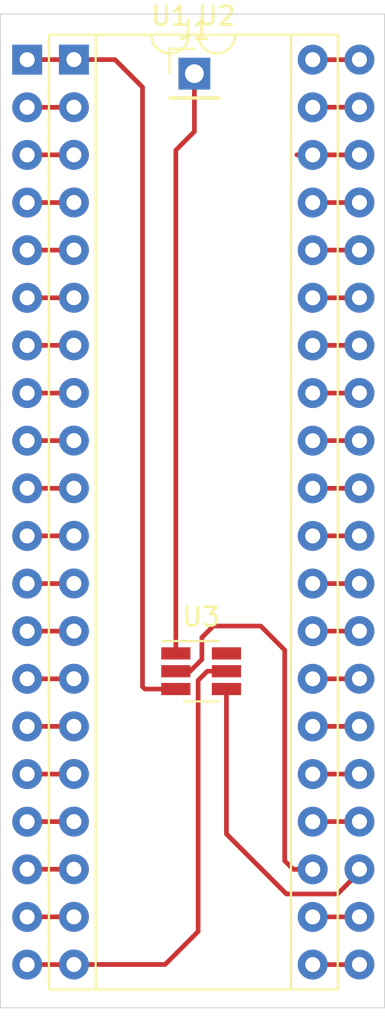
<source format=kicad_pcb>
(kicad_pcb (version 20171130) (host pcbnew "(5.1.10)-1")

  (general
    (thickness 1.6)
    (drawings 4)
    (tracks 106)
    (zones 0)
    (modules 4)
    (nets 43)
  )

  (page A4)
  (layers
    (0 F.Cu signal)
    (31 B.Cu signal)
    (32 B.Adhes user)
    (33 F.Adhes user)
    (34 B.Paste user)
    (35 F.Paste user)
    (36 B.SilkS user)
    (37 F.SilkS user)
    (38 B.Mask user)
    (39 F.Mask user)
    (40 Dwgs.User user)
    (41 Cmts.User user)
    (42 Eco1.User user)
    (43 Eco2.User user)
    (44 Edge.Cuts user)
    (45 Margin user)
    (46 B.CrtYd user)
    (47 F.CrtYd user)
    (48 B.Fab user)
    (49 F.Fab user)
  )

  (setup
    (last_trace_width 0.25)
    (trace_clearance 0.2)
    (zone_clearance 0.508)
    (zone_45_only no)
    (trace_min 0.2)
    (via_size 0.8)
    (via_drill 0.4)
    (via_min_size 0.4)
    (via_min_drill 0.3)
    (uvia_size 0.3)
    (uvia_drill 0.1)
    (uvias_allowed no)
    (uvia_min_size 0.2)
    (uvia_min_drill 0.1)
    (edge_width 0.05)
    (segment_width 0.2)
    (pcb_text_width 0.3)
    (pcb_text_size 1.5 1.5)
    (mod_edge_width 0.12)
    (mod_text_size 1 1)
    (mod_text_width 0.15)
    (pad_size 1.524 1.524)
    (pad_drill 0.762)
    (pad_to_mask_clearance 0)
    (aux_axis_origin 0 0)
    (visible_elements 7FFFFFFF)
    (pcbplotparams
      (layerselection 0x010fc_ffffffff)
      (usegerberextensions false)
      (usegerberattributes true)
      (usegerberadvancedattributes true)
      (creategerberjobfile true)
      (excludeedgelayer true)
      (linewidth 0.100000)
      (plotframeref false)
      (viasonmask false)
      (mode 1)
      (useauxorigin false)
      (hpglpennumber 1)
      (hpglpenspeed 20)
      (hpglpendiameter 15.000000)
      (psnegative false)
      (psa4output false)
      (plotreference true)
      (plotvalue true)
      (plotinvisibletext false)
      (padsonsilk false)
      (subtractmaskfromsilk false)
      (outputformat 1)
      (mirror false)
      (drillshape 0)
      (scaleselection 1)
      (outputdirectory "Gerber"))
  )

  (net 0 "")
  (net 1 /A9)
  (net 2 /CA1)
  (net 3 VCC)
  (net 4 /CA2)
  (net 5 /CB2)
  (net 6 /RS0)
  (net 7 /CB1)
  (net 8 /RS1)
  (net 9 /PB7)
  (net 10 /RS2)
  (net 11 /PB6)
  (net 12 /RS3)
  (net 13 /PB5)
  (net 14 /~RES)
  (net 15 /PB4)
  (net 16 /D0)
  (net 17 /PB3)
  (net 18 /D1)
  (net 19 /PB2)
  (net 20 /D2)
  (net 21 /PB1)
  (net 22 /D3)
  (net 23 /PB0)
  (net 24 /D4)
  (net 25 /PA7)
  (net 26 /D5)
  (net 27 /PA6)
  (net 28 /D6)
  (net 29 /PA5)
  (net 30 /D7)
  (net 31 /PA4)
  (net 32 /Phi2)
  (net 33 /PA3)
  (net 34 /CS1)
  (net 35 /PA2)
  (net 36 /~CS2)
  (net 37 /PA1)
  (net 38 /R~W)
  (net 39 /PA0)
  (net 40 /~IRQ)
  (net 41 GND)
  (net 42 /~NCS2)

  (net_class Default "This is the default net class."
    (clearance 0.2)
    (trace_width 0.25)
    (via_dia 0.8)
    (via_drill 0.4)
    (uvia_dia 0.3)
    (uvia_drill 0.1)
    (add_net /A9)
    (add_net /CA1)
    (add_net /CA2)
    (add_net /CB1)
    (add_net /CB2)
    (add_net /CS1)
    (add_net /D0)
    (add_net /D1)
    (add_net /D2)
    (add_net /D3)
    (add_net /D4)
    (add_net /D5)
    (add_net /D6)
    (add_net /D7)
    (add_net /PA0)
    (add_net /PA1)
    (add_net /PA2)
    (add_net /PA3)
    (add_net /PA4)
    (add_net /PA5)
    (add_net /PA6)
    (add_net /PA7)
    (add_net /PB0)
    (add_net /PB1)
    (add_net /PB2)
    (add_net /PB3)
    (add_net /PB4)
    (add_net /PB5)
    (add_net /PB6)
    (add_net /PB7)
    (add_net /Phi2)
    (add_net /RS0)
    (add_net /RS1)
    (add_net /RS2)
    (add_net /RS3)
    (add_net /R~W)
    (add_net /~CS2)
    (add_net /~IRQ)
    (add_net /~NCS2)
    (add_net /~RES)
    (add_net GND)
    (add_net VCC)
  )

  (module Pin_Headers:Pin_Header_Straight_1x01_Pitch2.54mm (layer F.Cu) (tedit 59650532) (tstamp 61488611)
    (at 108.35 75.18)
    (descr "Through hole straight pin header, 1x01, 2.54mm pitch, single row")
    (tags "Through hole pin header THT 1x01 2.54mm single row")
    (path /6158BC29)
    (fp_text reference J1 (at 0 -2.33) (layer F.SilkS)
      (effects (font (size 1 1) (thickness 0.15)))
    )
    (fp_text value Conn_01x01 (at 0 2.33) (layer F.Fab)
      (effects (font (size 1 1) (thickness 0.15)))
    )
    (fp_line (start 1.8 -1.8) (end -1.8 -1.8) (layer F.CrtYd) (width 0.05))
    (fp_line (start 1.8 1.8) (end 1.8 -1.8) (layer F.CrtYd) (width 0.05))
    (fp_line (start -1.8 1.8) (end 1.8 1.8) (layer F.CrtYd) (width 0.05))
    (fp_line (start -1.8 -1.8) (end -1.8 1.8) (layer F.CrtYd) (width 0.05))
    (fp_line (start -1.33 -1.33) (end 0 -1.33) (layer F.SilkS) (width 0.12))
    (fp_line (start -1.33 0) (end -1.33 -1.33) (layer F.SilkS) (width 0.12))
    (fp_line (start -1.33 1.27) (end 1.33 1.27) (layer F.SilkS) (width 0.12))
    (fp_line (start 1.33 1.27) (end 1.33 1.33) (layer F.SilkS) (width 0.12))
    (fp_line (start -1.33 1.27) (end -1.33 1.33) (layer F.SilkS) (width 0.12))
    (fp_line (start -1.33 1.33) (end 1.33 1.33) (layer F.SilkS) (width 0.12))
    (fp_line (start -1.27 -0.635) (end -0.635 -1.27) (layer F.Fab) (width 0.1))
    (fp_line (start -1.27 1.27) (end -1.27 -0.635) (layer F.Fab) (width 0.1))
    (fp_line (start 1.27 1.27) (end -1.27 1.27) (layer F.Fab) (width 0.1))
    (fp_line (start 1.27 -1.27) (end 1.27 1.27) (layer F.Fab) (width 0.1))
    (fp_line (start -0.635 -1.27) (end 1.27 -1.27) (layer F.Fab) (width 0.1))
    (fp_text user %R (at 0 0 90) (layer F.Fab)
      (effects (font (size 1 1) (thickness 0.15)))
    )
    (pad 1 thru_hole rect (at 0 0) (size 1.7 1.7) (drill 1) (layers *.Cu *.Mask)
      (net 1 /A9))
    (model ${KISYS3DMOD}/Pin_Headers.3dshapes/Pin_Header_Straight_1x01_Pitch2.54mm.wrl
      (at (xyz 0 0 0))
      (scale (xyz 1 1 1))
      (rotate (xyz 0 0 0))
    )
  )

  (module Housings_DIP:DIP-40_W15.24mm (layer F.Cu) (tedit 59C78D6C) (tstamp 6148864D)
    (at 99.425001 74.435001)
    (descr "40-lead though-hole mounted DIP package, row spacing 15.24 mm (600 mils)")
    (tags "THT DIP DIL PDIP 2.54mm 15.24mm 600mil")
    (path /61487C15)
    (fp_text reference U1 (at 7.62 -2.33) (layer F.SilkS)
      (effects (font (size 1 1) (thickness 0.15)))
    )
    (fp_text value R6522_socket (at 7.62 50.59) (layer F.Fab)
      (effects (font (size 1 1) (thickness 0.15)))
    )
    (fp_line (start 16.3 -1.55) (end -1.05 -1.55) (layer F.CrtYd) (width 0.05))
    (fp_line (start 16.3 49.8) (end 16.3 -1.55) (layer F.CrtYd) (width 0.05))
    (fp_line (start -1.05 49.8) (end 16.3 49.8) (layer F.CrtYd) (width 0.05))
    (fp_line (start -1.05 -1.55) (end -1.05 49.8) (layer F.CrtYd) (width 0.05))
    (fp_line (start 14.08 -1.33) (end 8.62 -1.33) (layer F.SilkS) (width 0.12))
    (fp_line (start 14.08 49.59) (end 14.08 -1.33) (layer F.SilkS) (width 0.12))
    (fp_line (start 1.16 49.59) (end 14.08 49.59) (layer F.SilkS) (width 0.12))
    (fp_line (start 1.16 -1.33) (end 1.16 49.59) (layer F.SilkS) (width 0.12))
    (fp_line (start 6.62 -1.33) (end 1.16 -1.33) (layer F.SilkS) (width 0.12))
    (fp_line (start 0.255 -0.27) (end 1.255 -1.27) (layer F.Fab) (width 0.1))
    (fp_line (start 0.255 49.53) (end 0.255 -0.27) (layer F.Fab) (width 0.1))
    (fp_line (start 14.985 49.53) (end 0.255 49.53) (layer F.Fab) (width 0.1))
    (fp_line (start 14.985 -1.27) (end 14.985 49.53) (layer F.Fab) (width 0.1))
    (fp_line (start 1.255 -1.27) (end 14.985 -1.27) (layer F.Fab) (width 0.1))
    (fp_text user %R (at 7.62 24.13) (layer F.Fab)
      (effects (font (size 1 1) (thickness 0.15)))
    )
    (fp_arc (start 7.62 -1.33) (end 6.62 -1.33) (angle -180) (layer F.SilkS) (width 0.12))
    (pad 40 thru_hole oval (at 15.24 0) (size 1.6 1.6) (drill 0.8) (layers *.Cu *.Mask)
      (net 2 /CA1))
    (pad 20 thru_hole oval (at 0 48.26) (size 1.6 1.6) (drill 0.8) (layers *.Cu *.Mask)
      (net 3 VCC))
    (pad 39 thru_hole oval (at 15.24 2.54) (size 1.6 1.6) (drill 0.8) (layers *.Cu *.Mask)
      (net 4 /CA2))
    (pad 19 thru_hole oval (at 0 45.72) (size 1.6 1.6) (drill 0.8) (layers *.Cu *.Mask)
      (net 5 /CB2))
    (pad 38 thru_hole oval (at 15.24 5.08) (size 1.6 1.6) (drill 0.8) (layers *.Cu *.Mask)
      (net 6 /RS0))
    (pad 18 thru_hole oval (at 0 43.18) (size 1.6 1.6) (drill 0.8) (layers *.Cu *.Mask)
      (net 7 /CB1))
    (pad 37 thru_hole oval (at 15.24 7.62) (size 1.6 1.6) (drill 0.8) (layers *.Cu *.Mask)
      (net 8 /RS1))
    (pad 17 thru_hole oval (at 0 40.64) (size 1.6 1.6) (drill 0.8) (layers *.Cu *.Mask)
      (net 9 /PB7))
    (pad 36 thru_hole oval (at 15.24 10.16) (size 1.6 1.6) (drill 0.8) (layers *.Cu *.Mask)
      (net 10 /RS2))
    (pad 16 thru_hole oval (at 0 38.1) (size 1.6 1.6) (drill 0.8) (layers *.Cu *.Mask)
      (net 11 /PB6))
    (pad 35 thru_hole oval (at 15.24 12.7) (size 1.6 1.6) (drill 0.8) (layers *.Cu *.Mask)
      (net 12 /RS3))
    (pad 15 thru_hole oval (at 0 35.56) (size 1.6 1.6) (drill 0.8) (layers *.Cu *.Mask)
      (net 13 /PB5))
    (pad 34 thru_hole oval (at 15.24 15.24) (size 1.6 1.6) (drill 0.8) (layers *.Cu *.Mask)
      (net 14 /~RES))
    (pad 14 thru_hole oval (at 0 33.02) (size 1.6 1.6) (drill 0.8) (layers *.Cu *.Mask)
      (net 15 /PB4))
    (pad 33 thru_hole oval (at 15.24 17.78) (size 1.6 1.6) (drill 0.8) (layers *.Cu *.Mask)
      (net 16 /D0))
    (pad 13 thru_hole oval (at 0 30.48) (size 1.6 1.6) (drill 0.8) (layers *.Cu *.Mask)
      (net 17 /PB3))
    (pad 32 thru_hole oval (at 15.24 20.32) (size 1.6 1.6) (drill 0.8) (layers *.Cu *.Mask)
      (net 18 /D1))
    (pad 12 thru_hole oval (at 0 27.94) (size 1.6 1.6) (drill 0.8) (layers *.Cu *.Mask)
      (net 19 /PB2))
    (pad 31 thru_hole oval (at 15.24 22.86) (size 1.6 1.6) (drill 0.8) (layers *.Cu *.Mask)
      (net 20 /D2))
    (pad 11 thru_hole oval (at 0 25.4) (size 1.6 1.6) (drill 0.8) (layers *.Cu *.Mask)
      (net 21 /PB1))
    (pad 30 thru_hole oval (at 15.24 25.4) (size 1.6 1.6) (drill 0.8) (layers *.Cu *.Mask)
      (net 22 /D3))
    (pad 10 thru_hole oval (at 0 22.86) (size 1.6 1.6) (drill 0.8) (layers *.Cu *.Mask)
      (net 23 /PB0))
    (pad 29 thru_hole oval (at 15.24 27.94) (size 1.6 1.6) (drill 0.8) (layers *.Cu *.Mask)
      (net 24 /D4))
    (pad 9 thru_hole oval (at 0 20.32) (size 1.6 1.6) (drill 0.8) (layers *.Cu *.Mask)
      (net 25 /PA7))
    (pad 28 thru_hole oval (at 15.24 30.48) (size 1.6 1.6) (drill 0.8) (layers *.Cu *.Mask)
      (net 26 /D5))
    (pad 8 thru_hole oval (at 0 17.78) (size 1.6 1.6) (drill 0.8) (layers *.Cu *.Mask)
      (net 27 /PA6))
    (pad 27 thru_hole oval (at 15.24 33.02) (size 1.6 1.6) (drill 0.8) (layers *.Cu *.Mask)
      (net 28 /D6))
    (pad 7 thru_hole oval (at 0 15.24) (size 1.6 1.6) (drill 0.8) (layers *.Cu *.Mask)
      (net 29 /PA5))
    (pad 26 thru_hole oval (at 15.24 35.56) (size 1.6 1.6) (drill 0.8) (layers *.Cu *.Mask)
      (net 30 /D7))
    (pad 6 thru_hole oval (at 0 12.7) (size 1.6 1.6) (drill 0.8) (layers *.Cu *.Mask)
      (net 31 /PA4))
    (pad 25 thru_hole oval (at 15.24 38.1) (size 1.6 1.6) (drill 0.8) (layers *.Cu *.Mask)
      (net 32 /Phi2))
    (pad 5 thru_hole oval (at 0 10.16) (size 1.6 1.6) (drill 0.8) (layers *.Cu *.Mask)
      (net 33 /PA3))
    (pad 24 thru_hole oval (at 15.24 40.64) (size 1.6 1.6) (drill 0.8) (layers *.Cu *.Mask)
      (net 34 /CS1))
    (pad 4 thru_hole oval (at 0 7.62) (size 1.6 1.6) (drill 0.8) (layers *.Cu *.Mask)
      (net 35 /PA2))
    (pad 23 thru_hole oval (at 15.24 43.18) (size 1.6 1.6) (drill 0.8) (layers *.Cu *.Mask)
      (net 36 /~CS2))
    (pad 3 thru_hole oval (at 0 5.08) (size 1.6 1.6) (drill 0.8) (layers *.Cu *.Mask)
      (net 37 /PA1))
    (pad 22 thru_hole oval (at 15.24 45.72) (size 1.6 1.6) (drill 0.8) (layers *.Cu *.Mask)
      (net 38 /R~W))
    (pad 2 thru_hole oval (at 0 2.54) (size 1.6 1.6) (drill 0.8) (layers *.Cu *.Mask)
      (net 39 /PA0))
    (pad 21 thru_hole oval (at 15.24 48.26) (size 1.6 1.6) (drill 0.8) (layers *.Cu *.Mask)
      (net 40 /~IRQ))
    (pad 1 thru_hole rect (at 0 0) (size 1.6 1.6) (drill 0.8) (layers *.Cu *.Mask)
      (net 41 GND))
    (model ${KISYS3DMOD}/Housings_DIP.3dshapes/DIP-40_W15.24mm.wrl
      (at (xyz 0 0 0))
      (scale (xyz 1 1 1))
      (rotate (xyz 0 0 0))
    )
  )

  (module Housings_DIP:DIP-40_W15.24mm (layer F.Cu) (tedit 59C78D6C) (tstamp 61488689)
    (at 101.92 74.43)
    (descr "40-lead though-hole mounted DIP package, row spacing 15.24 mm (600 mils)")
    (tags "THT DIP DIL PDIP 2.54mm 15.24mm 600mil")
    (path /614887FF)
    (fp_text reference U2 (at 7.62 -2.33) (layer F.SilkS)
      (effects (font (size 1 1) (thickness 0.15)))
    )
    (fp_text value R6522 (at 7.62 50.59) (layer F.Fab)
      (effects (font (size 1 1) (thickness 0.15)))
    )
    (fp_line (start 1.255 -1.27) (end 14.985 -1.27) (layer F.Fab) (width 0.1))
    (fp_line (start 14.985 -1.27) (end 14.985 49.53) (layer F.Fab) (width 0.1))
    (fp_line (start 14.985 49.53) (end 0.255 49.53) (layer F.Fab) (width 0.1))
    (fp_line (start 0.255 49.53) (end 0.255 -0.27) (layer F.Fab) (width 0.1))
    (fp_line (start 0.255 -0.27) (end 1.255 -1.27) (layer F.Fab) (width 0.1))
    (fp_line (start 6.62 -1.33) (end 1.16 -1.33) (layer F.SilkS) (width 0.12))
    (fp_line (start 1.16 -1.33) (end 1.16 49.59) (layer F.SilkS) (width 0.12))
    (fp_line (start 1.16 49.59) (end 14.08 49.59) (layer F.SilkS) (width 0.12))
    (fp_line (start 14.08 49.59) (end 14.08 -1.33) (layer F.SilkS) (width 0.12))
    (fp_line (start 14.08 -1.33) (end 8.62 -1.33) (layer F.SilkS) (width 0.12))
    (fp_line (start -1.05 -1.55) (end -1.05 49.8) (layer F.CrtYd) (width 0.05))
    (fp_line (start -1.05 49.8) (end 16.3 49.8) (layer F.CrtYd) (width 0.05))
    (fp_line (start 16.3 49.8) (end 16.3 -1.55) (layer F.CrtYd) (width 0.05))
    (fp_line (start 16.3 -1.55) (end -1.05 -1.55) (layer F.CrtYd) (width 0.05))
    (fp_arc (start 7.62 -1.33) (end 6.62 -1.33) (angle -180) (layer F.SilkS) (width 0.12))
    (fp_text user %R (at 7.62 24.13) (layer F.Fab)
      (effects (font (size 1 1) (thickness 0.15)))
    )
    (pad 1 thru_hole rect (at 0 0) (size 1.6 1.6) (drill 0.8) (layers *.Cu *.Mask)
      (net 41 GND))
    (pad 21 thru_hole oval (at 15.24 48.26) (size 1.6 1.6) (drill 0.8) (layers *.Cu *.Mask)
      (net 40 /~IRQ))
    (pad 2 thru_hole oval (at 0 2.54) (size 1.6 1.6) (drill 0.8) (layers *.Cu *.Mask)
      (net 39 /PA0))
    (pad 22 thru_hole oval (at 15.24 45.72) (size 1.6 1.6) (drill 0.8) (layers *.Cu *.Mask)
      (net 38 /R~W))
    (pad 3 thru_hole oval (at 0 5.08) (size 1.6 1.6) (drill 0.8) (layers *.Cu *.Mask)
      (net 37 /PA1))
    (pad 23 thru_hole oval (at 15.24 43.18) (size 1.6 1.6) (drill 0.8) (layers *.Cu *.Mask)
      (net 42 /~NCS2))
    (pad 4 thru_hole oval (at 0 7.62) (size 1.6 1.6) (drill 0.8) (layers *.Cu *.Mask)
      (net 35 /PA2))
    (pad 24 thru_hole oval (at 15.24 40.64) (size 1.6 1.6) (drill 0.8) (layers *.Cu *.Mask)
      (net 34 /CS1))
    (pad 5 thru_hole oval (at 0 10.16) (size 1.6 1.6) (drill 0.8) (layers *.Cu *.Mask)
      (net 33 /PA3))
    (pad 25 thru_hole oval (at 15.24 38.1) (size 1.6 1.6) (drill 0.8) (layers *.Cu *.Mask)
      (net 32 /Phi2))
    (pad 6 thru_hole oval (at 0 12.7) (size 1.6 1.6) (drill 0.8) (layers *.Cu *.Mask)
      (net 31 /PA4))
    (pad 26 thru_hole oval (at 15.24 35.56) (size 1.6 1.6) (drill 0.8) (layers *.Cu *.Mask)
      (net 30 /D7))
    (pad 7 thru_hole oval (at 0 15.24) (size 1.6 1.6) (drill 0.8) (layers *.Cu *.Mask)
      (net 29 /PA5))
    (pad 27 thru_hole oval (at 15.24 33.02) (size 1.6 1.6) (drill 0.8) (layers *.Cu *.Mask)
      (net 28 /D6))
    (pad 8 thru_hole oval (at 0 17.78) (size 1.6 1.6) (drill 0.8) (layers *.Cu *.Mask)
      (net 27 /PA6))
    (pad 28 thru_hole oval (at 15.24 30.48) (size 1.6 1.6) (drill 0.8) (layers *.Cu *.Mask)
      (net 26 /D5))
    (pad 9 thru_hole oval (at 0 20.32) (size 1.6 1.6) (drill 0.8) (layers *.Cu *.Mask)
      (net 25 /PA7))
    (pad 29 thru_hole oval (at 15.24 27.94) (size 1.6 1.6) (drill 0.8) (layers *.Cu *.Mask)
      (net 24 /D4))
    (pad 10 thru_hole oval (at 0 22.86) (size 1.6 1.6) (drill 0.8) (layers *.Cu *.Mask)
      (net 23 /PB0))
    (pad 30 thru_hole oval (at 15.24 25.4) (size 1.6 1.6) (drill 0.8) (layers *.Cu *.Mask)
      (net 22 /D3))
    (pad 11 thru_hole oval (at 0 25.4) (size 1.6 1.6) (drill 0.8) (layers *.Cu *.Mask)
      (net 21 /PB1))
    (pad 31 thru_hole oval (at 15.24 22.86) (size 1.6 1.6) (drill 0.8) (layers *.Cu *.Mask)
      (net 20 /D2))
    (pad 12 thru_hole oval (at 0 27.94) (size 1.6 1.6) (drill 0.8) (layers *.Cu *.Mask)
      (net 19 /PB2))
    (pad 32 thru_hole oval (at 15.24 20.32) (size 1.6 1.6) (drill 0.8) (layers *.Cu *.Mask)
      (net 18 /D1))
    (pad 13 thru_hole oval (at 0 30.48) (size 1.6 1.6) (drill 0.8) (layers *.Cu *.Mask)
      (net 17 /PB3))
    (pad 33 thru_hole oval (at 15.24 17.78) (size 1.6 1.6) (drill 0.8) (layers *.Cu *.Mask)
      (net 16 /D0))
    (pad 14 thru_hole oval (at 0 33.02) (size 1.6 1.6) (drill 0.8) (layers *.Cu *.Mask)
      (net 15 /PB4))
    (pad 34 thru_hole oval (at 15.24 15.24) (size 1.6 1.6) (drill 0.8) (layers *.Cu *.Mask)
      (net 14 /~RES))
    (pad 15 thru_hole oval (at 0 35.56) (size 1.6 1.6) (drill 0.8) (layers *.Cu *.Mask)
      (net 13 /PB5))
    (pad 35 thru_hole oval (at 15.24 12.7) (size 1.6 1.6) (drill 0.8) (layers *.Cu *.Mask)
      (net 12 /RS3))
    (pad 16 thru_hole oval (at 0 38.1) (size 1.6 1.6) (drill 0.8) (layers *.Cu *.Mask)
      (net 11 /PB6))
    (pad 36 thru_hole oval (at 15.24 10.16) (size 1.6 1.6) (drill 0.8) (layers *.Cu *.Mask)
      (net 10 /RS2))
    (pad 17 thru_hole oval (at 0 40.64) (size 1.6 1.6) (drill 0.8) (layers *.Cu *.Mask)
      (net 9 /PB7))
    (pad 37 thru_hole oval (at 15.24 7.62) (size 1.6 1.6) (drill 0.8) (layers *.Cu *.Mask)
      (net 8 /RS1))
    (pad 18 thru_hole oval (at 0 43.18) (size 1.6 1.6) (drill 0.8) (layers *.Cu *.Mask)
      (net 7 /CB1))
    (pad 38 thru_hole oval (at 15.24 5.08) (size 1.6 1.6) (drill 0.8) (layers *.Cu *.Mask)
      (net 6 /RS0))
    (pad 19 thru_hole oval (at 0 45.72) (size 1.6 1.6) (drill 0.8) (layers *.Cu *.Mask)
      (net 5 /CB2))
    (pad 39 thru_hole oval (at 15.24 2.54) (size 1.6 1.6) (drill 0.8) (layers *.Cu *.Mask)
      (net 4 /CA2))
    (pad 20 thru_hole oval (at 0 48.26) (size 1.6 1.6) (drill 0.8) (layers *.Cu *.Mask)
      (net 3 VCC))
    (pad 40 thru_hole oval (at 15.24 0) (size 1.6 1.6) (drill 0.8) (layers *.Cu *.Mask)
      (net 2 /CA1))
    (model ${KISYS3DMOD}/Housings_DIP.3dshapes/DIP-40_W15.24mm.wrl
      (at (xyz 0 0 0))
      (scale (xyz 1 1 1))
      (rotate (xyz 0 0 0))
    )
  )

  (module TO_SOT_Packages_SMD:SOT-23-6_Handsoldering (layer F.Cu) (tedit 58CE4E7E) (tstamp 6148869F)
    (at 108.71 107.05)
    (descr "6-pin SOT-23 package, Handsoldering")
    (tags "SOT-23-6 Handsoldering")
    (path /615A0447)
    (attr smd)
    (fp_text reference U3 (at 0 -2.9) (layer F.SilkS)
      (effects (font (size 1 1) (thickness 0.15)))
    )
    (fp_text value SN74LVC1G02DBVR (at 0 2.9) (layer F.Fab)
      (effects (font (size 1 1) (thickness 0.15)))
    )
    (fp_line (start 0.9 -1.55) (end 0.9 1.55) (layer F.Fab) (width 0.1))
    (fp_line (start 0.9 1.55) (end -0.9 1.55) (layer F.Fab) (width 0.1))
    (fp_line (start -0.9 -0.9) (end -0.9 1.55) (layer F.Fab) (width 0.1))
    (fp_line (start 0.9 -1.55) (end -0.25 -1.55) (layer F.Fab) (width 0.1))
    (fp_line (start -0.9 -0.9) (end -0.25 -1.55) (layer F.Fab) (width 0.1))
    (fp_line (start -2.4 -1.8) (end 2.4 -1.8) (layer F.CrtYd) (width 0.05))
    (fp_line (start 2.4 -1.8) (end 2.4 1.8) (layer F.CrtYd) (width 0.05))
    (fp_line (start 2.4 1.8) (end -2.4 1.8) (layer F.CrtYd) (width 0.05))
    (fp_line (start -2.4 1.8) (end -2.4 -1.8) (layer F.CrtYd) (width 0.05))
    (fp_line (start 0.9 -1.61) (end -2.05 -1.61) (layer F.SilkS) (width 0.12))
    (fp_line (start -0.9 1.61) (end 0.9 1.61) (layer F.SilkS) (width 0.12))
    (fp_text user %R (at 0 0 90) (layer F.Fab)
      (effects (font (size 0.5 0.5) (thickness 0.075)))
    )
    (pad 5 smd rect (at 1.35 0) (size 1.56 0.65) (layers F.Cu F.Paste F.Mask)
      (net 3 VCC))
    (pad 6 smd rect (at 1.35 -0.95) (size 1.56 0.65) (layers F.Cu F.Paste F.Mask))
    (pad 4 smd rect (at 1.35 0.95) (size 1.56 0.65) (layers F.Cu F.Paste F.Mask)
      (net 42 /~NCS2))
    (pad 3 smd rect (at -1.35 0.95) (size 1.56 0.65) (layers F.Cu F.Paste F.Mask)
      (net 41 GND))
    (pad 2 smd rect (at -1.35 0) (size 1.56 0.65) (layers F.Cu F.Paste F.Mask)
      (net 36 /~CS2))
    (pad 1 smd rect (at -1.35 -0.95) (size 1.56 0.65) (layers F.Cu F.Paste F.Mask)
      (net 1 /A9))
    (model ${KISYS3DMOD}/TO_SOT_Packages_SMD.3dshapes/SOT-23-6.wrl
      (at (xyz 0 0 0))
      (scale (xyz 1 1 1))
      (rotate (xyz 0 0 0))
    )
  )

  (gr_line (start 98 125) (end 98 72) (layer Edge.Cuts) (width 0.05))
  (gr_line (start 118.5 125) (end 98 125) (layer Edge.Cuts) (width 0.05))
  (gr_line (start 118.5 72) (end 118.5 125) (layer Edge.Cuts) (width 0.05))
  (gr_line (start 98 72) (end 118.5 72) (layer Edge.Cuts) (width 0.05))

  (segment (start 107.36 106.1) (end 107.36 79.26) (width 0.25) (layer F.Cu) (net 1) (status 10))
  (segment (start 108.35 78.27) (end 108.35 75.18) (width 0.25) (layer F.Cu) (net 1) (status 20))
  (segment (start 107.36 79.26) (end 108.35 78.27) (width 0.25) (layer F.Cu) (net 1))
  (segment (start 117.154999 74.435001) (end 117.16 74.43) (width 0.25) (layer F.Cu) (net 2) (status 30))
  (segment (start 114.665001 74.435001) (end 117.154999 74.435001) (width 0.25) (layer F.Cu) (net 2) (status 30))
  (segment (start 101.914999 122.695001) (end 101.92 122.69) (width 0.25) (layer F.Cu) (net 3) (status 30))
  (segment (start 99.425001 122.695001) (end 101.914999 122.695001) (width 0.25) (layer F.Cu) (net 3) (status 30))
  (segment (start 110.06 107.05) (end 109.04 107.05) (width 0.25) (layer F.Cu) (net 3) (status 10))
  (segment (start 109.04 107.05) (end 108.55 107.54) (width 0.25) (layer F.Cu) (net 3))
  (segment (start 108.55 107.54) (end 108.55 120.93) (width 0.25) (layer F.Cu) (net 3))
  (segment (start 106.79 122.69) (end 101.92 122.69) (width 0.25) (layer F.Cu) (net 3) (status 20))
  (segment (start 108.55 120.93) (end 106.79 122.69) (width 0.25) (layer F.Cu) (net 3))
  (segment (start 114.670002 76.97) (end 114.665001 76.975001) (width 0.25) (layer F.Cu) (net 4) (status 30))
  (segment (start 117.16 76.97) (end 114.670002 76.97) (width 0.25) (layer F.Cu) (net 4) (status 30))
  (segment (start 99.430002 120.15) (end 99.425001 120.155001) (width 0.25) (layer F.Cu) (net 5) (status 30))
  (segment (start 101.92 120.15) (end 99.430002 120.15) (width 0.25) (layer F.Cu) (net 5) (status 30))
  (segment (start 117.16 79.51) (end 113.82 79.51) (width 0.25) (layer F.Cu) (net 6) (status 10))
  (segment (start 117.154999 79.515001) (end 117.16 79.51) (width 0.25) (layer F.Cu) (net 6) (status 30))
  (segment (start 114.665001 79.515001) (end 117.154999 79.515001) (width 0.25) (layer F.Cu) (net 6) (status 30))
  (segment (start 99.430002 117.61) (end 99.425001 117.615001) (width 0.25) (layer F.Cu) (net 7) (status 30))
  (segment (start 101.92 117.61) (end 99.430002 117.61) (width 0.25) (layer F.Cu) (net 7) (status 30))
  (segment (start 117.154999 82.055001) (end 117.16 82.05) (width 0.25) (layer F.Cu) (net 8) (status 30))
  (segment (start 114.665001 82.055001) (end 117.154999 82.055001) (width 0.25) (layer F.Cu) (net 8) (status 30))
  (segment (start 99.430002 115.07) (end 99.425001 115.075001) (width 0.25) (layer F.Cu) (net 9) (status 30))
  (segment (start 101.92 115.07) (end 99.430002 115.07) (width 0.25) (layer F.Cu) (net 9) (status 30))
  (segment (start 114.670002 84.59) (end 114.665001 84.595001) (width 0.25) (layer F.Cu) (net 10) (status 30))
  (segment (start 117.16 84.59) (end 114.670002 84.59) (width 0.25) (layer F.Cu) (net 10) (status 30))
  (segment (start 101.914999 112.535001) (end 101.92 112.53) (width 0.25) (layer F.Cu) (net 11) (status 30))
  (segment (start 99.425001 112.535001) (end 101.914999 112.535001) (width 0.25) (layer F.Cu) (net 11) (status 30))
  (segment (start 117.154999 87.135001) (end 117.16 87.13) (width 0.25) (layer F.Cu) (net 12) (status 30))
  (segment (start 114.665001 87.135001) (end 117.154999 87.135001) (width 0.25) (layer F.Cu) (net 12) (status 30))
  (segment (start 99.430002 109.99) (end 99.425001 109.995001) (width 0.25) (layer F.Cu) (net 13) (status 30))
  (segment (start 101.92 109.99) (end 99.430002 109.99) (width 0.25) (layer F.Cu) (net 13) (status 30))
  (segment (start 114.670002 89.67) (end 114.665001 89.675001) (width 0.25) (layer F.Cu) (net 14) (status 30))
  (segment (start 117.16 89.67) (end 114.670002 89.67) (width 0.25) (layer F.Cu) (net 14) (status 30))
  (segment (start 101.914999 107.455001) (end 101.92 107.45) (width 0.25) (layer F.Cu) (net 15) (status 30))
  (segment (start 99.425001 107.455001) (end 101.914999 107.455001) (width 0.25) (layer F.Cu) (net 15) (status 30))
  (segment (start 117.154999 92.215001) (end 117.16 92.21) (width 0.25) (layer F.Cu) (net 16) (status 30))
  (segment (start 114.665001 92.215001) (end 117.154999 92.215001) (width 0.25) (layer F.Cu) (net 16) (status 30))
  (segment (start 99.430002 104.91) (end 99.425001 104.915001) (width 0.25) (layer F.Cu) (net 17) (status 30))
  (segment (start 101.92 104.91) (end 99.430002 104.91) (width 0.25) (layer F.Cu) (net 17) (status 30))
  (segment (start 114.670002 94.75) (end 114.665001 94.755001) (width 0.25) (layer F.Cu) (net 18) (status 30))
  (segment (start 117.16 94.75) (end 114.670002 94.75) (width 0.25) (layer F.Cu) (net 18) (status 30))
  (segment (start 101.914999 102.375001) (end 101.92 102.37) (width 0.25) (layer F.Cu) (net 19) (status 30))
  (segment (start 99.425001 102.375001) (end 101.914999 102.375001) (width 0.25) (layer F.Cu) (net 19) (status 30))
  (segment (start 117.154999 97.295001) (end 117.16 97.29) (width 0.25) (layer F.Cu) (net 20) (status 30))
  (segment (start 114.665001 97.295001) (end 117.154999 97.295001) (width 0.25) (layer F.Cu) (net 20) (status 30))
  (segment (start 99.430002 99.83) (end 99.425001 99.835001) (width 0.25) (layer F.Cu) (net 21) (status 30))
  (segment (start 101.92 99.83) (end 99.430002 99.83) (width 0.25) (layer F.Cu) (net 21) (status 30))
  (segment (start 114.670002 99.83) (end 114.665001 99.835001) (width 0.25) (layer F.Cu) (net 22) (status 30))
  (segment (start 117.16 99.83) (end 114.670002 99.83) (width 0.25) (layer F.Cu) (net 22) (status 30))
  (segment (start 101.914999 97.295001) (end 101.92 97.29) (width 0.25) (layer F.Cu) (net 23) (status 30))
  (segment (start 99.425001 97.295001) (end 101.914999 97.295001) (width 0.25) (layer F.Cu) (net 23) (status 30))
  (segment (start 117.154999 102.375001) (end 117.16 102.37) (width 0.25) (layer F.Cu) (net 24) (status 30))
  (segment (start 114.665001 102.375001) (end 117.154999 102.375001) (width 0.25) (layer F.Cu) (net 24) (status 30))
  (segment (start 99.430002 94.75) (end 99.425001 94.755001) (width 0.25) (layer F.Cu) (net 25) (status 30))
  (segment (start 101.92 94.75) (end 99.430002 94.75) (width 0.25) (layer F.Cu) (net 25) (status 30))
  (segment (start 114.670002 104.91) (end 114.665001 104.915001) (width 0.25) (layer F.Cu) (net 26) (status 30))
  (segment (start 117.16 104.91) (end 114.670002 104.91) (width 0.25) (layer F.Cu) (net 26) (status 30))
  (segment (start 101.914999 92.215001) (end 101.92 92.21) (width 0.25) (layer F.Cu) (net 27) (status 30))
  (segment (start 99.425001 92.215001) (end 101.914999 92.215001) (width 0.25) (layer F.Cu) (net 27) (status 30))
  (segment (start 117.154999 107.455001) (end 117.16 107.45) (width 0.25) (layer F.Cu) (net 28) (status 30))
  (segment (start 114.665001 107.455001) (end 117.154999 107.455001) (width 0.25) (layer F.Cu) (net 28) (status 30))
  (segment (start 99.430002 89.67) (end 99.425001 89.675001) (width 0.25) (layer F.Cu) (net 29) (status 30))
  (segment (start 101.92 89.67) (end 99.430002 89.67) (width 0.25) (layer F.Cu) (net 29) (status 30))
  (segment (start 114.670002 109.99) (end 114.665001 109.995001) (width 0.25) (layer F.Cu) (net 30) (status 30))
  (segment (start 117.16 109.99) (end 114.670002 109.99) (width 0.25) (layer F.Cu) (net 30) (status 30))
  (segment (start 101.914999 87.135001) (end 101.92 87.13) (width 0.25) (layer F.Cu) (net 31) (status 30))
  (segment (start 99.425001 87.135001) (end 101.914999 87.135001) (width 0.25) (layer F.Cu) (net 31) (status 30))
  (segment (start 117.154999 112.535001) (end 117.16 112.53) (width 0.25) (layer F.Cu) (net 32) (status 30))
  (segment (start 114.665001 112.535001) (end 117.154999 112.535001) (width 0.25) (layer F.Cu) (net 32) (status 30))
  (segment (start 99.430002 84.59) (end 99.425001 84.595001) (width 0.25) (layer F.Cu) (net 33) (status 30))
  (segment (start 101.92 84.59) (end 99.430002 84.59) (width 0.25) (layer F.Cu) (net 33) (status 30))
  (segment (start 114.670002 115.07) (end 114.665001 115.075001) (width 0.25) (layer F.Cu) (net 34) (status 30))
  (segment (start 117.16 115.07) (end 114.670002 115.07) (width 0.25) (layer F.Cu) (net 34) (status 30))
  (segment (start 101.914999 82.055001) (end 101.92 82.05) (width 0.25) (layer F.Cu) (net 35) (status 30))
  (segment (start 99.425001 82.055001) (end 101.914999 82.055001) (width 0.25) (layer F.Cu) (net 35) (status 30))
  (segment (start 107.36 107.05) (end 108.12 107.05) (width 0.25) (layer F.Cu) (net 36) (status 30))
  (segment (start 108.12 107.05) (end 108.75 106.42) (width 0.25) (layer F.Cu) (net 36) (status 10))
  (segment (start 108.75 106.42) (end 108.75 105.25) (width 0.25) (layer F.Cu) (net 36))
  (segment (start 108.75 105.25) (end 109.36 104.64) (width 0.25) (layer F.Cu) (net 36))
  (segment (start 109.36 104.64) (end 111.89 104.64) (width 0.25) (layer F.Cu) (net 36))
  (segment (start 111.89 104.64) (end 113.17 105.92) (width 0.25) (layer F.Cu) (net 36))
  (segment (start 113.17 105.92) (end 113.17 117.16) (width 0.25) (layer F.Cu) (net 36))
  (segment (start 113.625001 117.615001) (end 114.665001 117.615001) (width 0.25) (layer F.Cu) (net 36) (status 20))
  (segment (start 113.17 117.16) (end 113.625001 117.615001) (width 0.25) (layer F.Cu) (net 36))
  (segment (start 99.430002 79.51) (end 99.425001 79.515001) (width 0.25) (layer F.Cu) (net 37) (status 30))
  (segment (start 101.92 79.51) (end 99.430002 79.51) (width 0.25) (layer F.Cu) (net 37) (status 30))
  (segment (start 114.670002 120.15) (end 114.665001 120.155001) (width 0.25) (layer F.Cu) (net 38) (status 30))
  (segment (start 117.16 120.15) (end 114.670002 120.15) (width 0.25) (layer F.Cu) (net 38) (status 30))
  (segment (start 101.914999 76.975001) (end 101.92 76.97) (width 0.25) (layer F.Cu) (net 39) (status 30))
  (segment (start 99.425001 76.975001) (end 101.914999 76.975001) (width 0.25) (layer F.Cu) (net 39) (status 30))
  (segment (start 117.154999 122.695001) (end 117.16 122.69) (width 0.25) (layer F.Cu) (net 40) (status 30))
  (segment (start 114.665001 122.695001) (end 117.154999 122.695001) (width 0.25) (layer F.Cu) (net 40) (status 30))
  (segment (start 99.430002 74.43) (end 99.425001 74.435001) (width 0.25) (layer F.Cu) (net 41) (status 30))
  (segment (start 101.92 74.43) (end 99.430002 74.43) (width 0.25) (layer F.Cu) (net 41) (status 30))
  (segment (start 107.36 108) (end 105.71 108) (width 0.25) (layer F.Cu) (net 41) (status 10))
  (segment (start 105.71 108) (end 105.58 107.87) (width 0.25) (layer F.Cu) (net 41))
  (segment (start 105.58 107.87) (end 105.58 75.9) (width 0.25) (layer F.Cu) (net 41))
  (segment (start 104.11 74.43) (end 101.92 74.43) (width 0.25) (layer F.Cu) (net 41) (status 20))
  (segment (start 105.58 75.9) (end 104.11 74.43) (width 0.25) (layer F.Cu) (net 41))
  (segment (start 117.16 117.61) (end 117.16 117.76) (width 0.25) (layer F.Cu) (net 42) (status 30))
  (segment (start 117.16 117.76) (end 115.99 118.93) (width 0.25) (layer F.Cu) (net 42) (status 10))
  (segment (start 115.99 118.93) (end 113.26 118.93) (width 0.25) (layer F.Cu) (net 42))
  (segment (start 110.06 115.73) (end 110.06 108) (width 0.25) (layer F.Cu) (net 42) (status 20))
  (segment (start 113.26 118.93) (end 110.06 115.73) (width 0.25) (layer F.Cu) (net 42))

)

</source>
